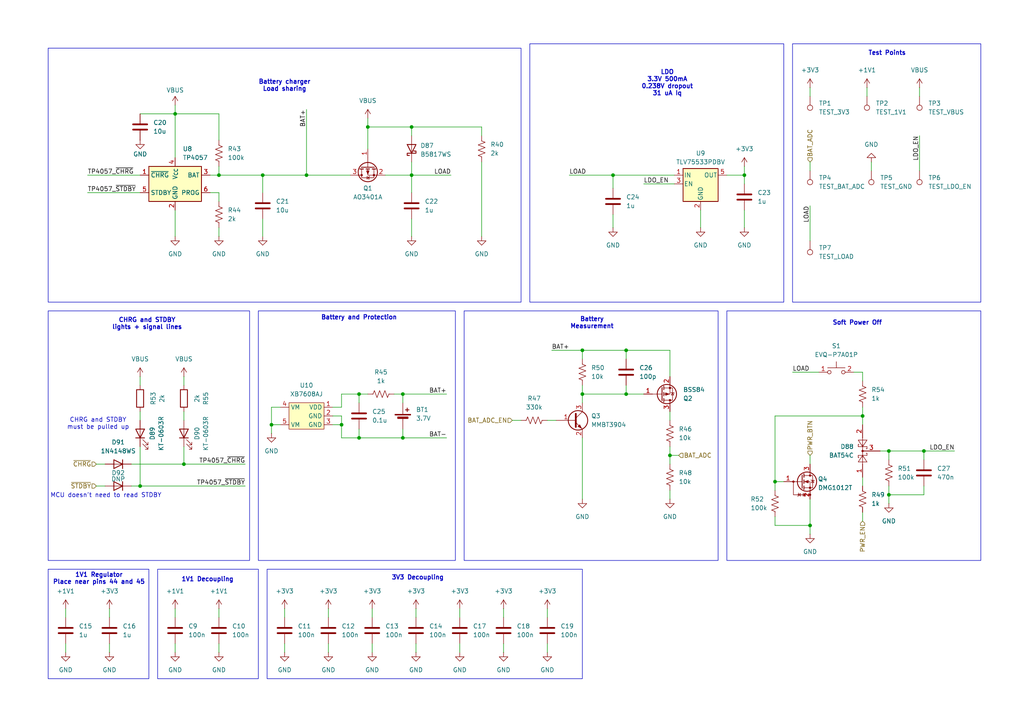
<source format=kicad_sch>
(kicad_sch (version 20231120) (generator "eeschema") (generator_version "8.0")
  (paper "A4")
  (lib_symbols
    (symbol "Battery_Management:TP4057"
      (property "Reference" "U" (at -6.35 6.604 0))
      (property "Value" "TP4057" (at 1.524 6.604 0))
      (symbol "TP4057_1_1"
        (pin open_collector line (at -10.16 2.54 0) (length 2.54) (name "~{CHRG}") (number "1"))
        (pin power_in line (at 0 -7.62 90) (length 2.54) (name "GND") (number "2"))
        (pin power_out line (at 10.16 2.54 180) (length 2.54) (name "BAT") (number "3"))
        (pin power_in line (at 0 7.62 270) (length 2.54) (name "V_{CC}") (number "4"))
        (pin open_collector line (at -10.16 -2.54 0) (length 2.54) (name "STDBY") (number "5"))
        (pin passive line (at 10.16 -2.54 180) (length 2.54) (name "PROG") (number "6"))
      )
    )
    (symbol "Connector:TestPoint" (pin_numbers hide) (pin_names (offset 0.762) hide)
      (property "Reference" "TP" (at 0 6.858 0))
      (property "Value" "TestPoint" (at 0 5.08 0))
      (symbol "TestPoint_1_1"
        (pin passive line (at 0 0 90) (length 2.54) (name "1") (number "1"))
      )
    )
    (symbol "Device:Battery_Cell" (pin_numbers hide) (pin_names (offset 0) hide)
      (property "Reference" "BT" (at 2.54 2.54 0))
      (property "Value" "Battery_Cell" (at 2.54 0 0))
      (symbol "Battery_Cell_1_1"
        (pin passive line (at 0 5.08 270) (length 2.54) (name "+") (number "1"))
        (pin passive line (at 0 -2.54 90) (length 2.54) (name "-") (number "2"))
      )
    )
    (symbol "Device:C" (pin_numbers hide) (pin_names (offset 0.254))
      (property "Reference" "C" (at 0.635 2.54 0))
      (property "Value" "C" (at 0.635 -2.54 0))
      (symbol "C_1_1"
        (pin passive line (at 0 3.81 270) (length 2.794) (name "~") (number "1"))
        (pin passive line (at 0 -3.81 90) (length 2.794) (name "~") (number "2"))
      )
    )
    (symbol "Device:D" (pin_numbers hide) (pin_names (offset 1.016) hide)
      (property "Reference" "D" (at 0 2.54 0))
      (property "Value" "D" (at 0 -2.54 0))
      (symbol "D_1_1"
        (pin passive line (at -3.81 0 0) (length 2.54) (name "K") (number "1"))
        (pin passive line (at 3.81 0 180) (length 2.54) (name "A") (number "2"))
      )
    )
    (symbol "Device:D_Schottky" (pin_numbers hide) (pin_names (offset 1.016) hide)
      (property "Reference" "D" (at 0 2.54 0))
      (property "Value" "D_Schottky" (at 0 -2.54 0))
      (symbol "D_Schottky_1_1"
        (pin passive line (at -3.81 0 0) (length 2.54) (name "K") (number "1"))
        (pin passive line (at 3.81 0 180) (length 2.54) (name "A") (number "2"))
      )
    )
    (symbol "Device:LED" (pin_numbers hide) (pin_names (offset 1.016) hide)
      (property "Reference" "D" (at 0 2.54 0))
      (property "Value" "LED" (at 0 -2.54 0))
      (symbol "LED_1_1"
        (pin passive line (at -3.81 0 0) (length 2.54) (name "K") (number "1"))
        (pin passive line (at 3.81 0 180) (length 2.54) (name "A") (number "2"))
      )
    )
    (symbol "Device:Q_PMOS_GSD" (pin_names (offset 0) hide)
      (property "Reference" "Q" (at 5.08 1.27 0))
      (property "Value" "Q_PMOS_GSD" (at 5.08 -1.27 0))
      (symbol "Q_PMOS_GSD_1_1"
        (pin input line (at -5.08 0 0) (length 2.54) (name "G") (number "1"))
        (pin passive line (at 2.54 -5.08 90) (length 2.54) (name "S") (number "2"))
        (pin passive line (at 2.54 5.08 270) (length 2.54) (name "D") (number "3"))
      )
    )
    (symbol "Device:R" (pin_numbers hide) (pin_names (offset 0))
      (property "Reference" "R" (at 2.032 0 90))
      (property "Value" "R" (at 0 0 90))
      (symbol "R_1_1"
        (pin passive line (at 0 3.81 270) (length 1.27) (name "~") (number "1"))
        (pin passive line (at 0 -3.81 90) (length 1.27) (name "~") (number "2"))
      )
    )
    (symbol "Device:R_US" (pin_numbers hide) (pin_names (offset 0))
      (property "Reference" "R" (at 2.54 0 90))
      (property "Value" "R_US" (at -2.54 0 90))
      (symbol "R_US_1_1"
        (pin passive line (at 0 3.81 270) (length 1.27) (name "~") (number "1"))
        (pin passive line (at 0 -3.81 90) (length 1.27) (name "~") (number "2"))
      )
    )
    (symbol "Diode:BAT54C" (pin_names (offset 1.016))
      (property "Reference" "D" (at 0.635 -3.81 0))
      (property "Value" "BAT54C" (at -6.35 3.175 0))
      (symbol "BAT54C_1_1"
        (pin passive line (at -7.62 0 0) (length 3.81) (name "~") (number "1"))
        (pin passive line (at 7.62 0 180) (length 3.81) (name "~") (number "2"))
        (pin passive line (at 0 -5.08 90) (length 5.08) (name "~") (number "3"))
      )
    )
    (symbol "Regulator_Linear:TLV75533PDBV" (pin_names (offset 0.254))
      (property "Reference" "U" (at -3.81 5.715 0))
      (property "Value" "TLV75533PDBV" (at 0 5.715 0))
      (symbol "TLV75533PDBV_1_1"
        (pin power_in line (at -7.62 2.54 0) (length 2.54) (name "IN") (number "1"))
        (pin power_in line (at 0 -7.62 90) (length 2.54) (name "GND") (number "2"))
        (pin input line (at -7.62 0 0) (length 2.54) (name "EN") (number "3"))
        (pin no_connect line (at 5.08 0 180) (length 2.54) hide (name "NC") (number "4"))
        (pin power_out line (at 7.62 2.54 180) (length 2.54) (name "OUT") (number "5"))
      )
    )
    (symbol "SamacSys_Parts:EVQ-P7A01P" (pin_names hide)
      (property "Reference" "S" (at -0.762 7.366 0))
      (property "Value" "EVQ-P7A01P" (at -6.35 4.826 0))
      (symbol "EVQ-P7A01P_0_1"
        (pin passive line (at 5.08 0 180) (length 2.54) (name "2") (number "2"))
      )
      (symbol "EVQ-P7A01P_1_1"
        (pin passive line (at -5.08 0 0) (length 2.54) (name "1") (number "1"))
      )
    )
    (symbol "Transistor_BJT:MMBT3904" (pin_names (offset 0) hide)
      (property "Reference" "Q" (at 5.08 1.905 0))
      (property "Value" "MMBT3904" (at 5.08 0 0))
      (symbol "MMBT3904_1_1"
        (pin input line (at -5.08 0 0) (length 5.715) (name "B") (number "1"))
        (pin passive line (at 2.54 -5.08 90) (length 2.54) (name "E") (number "2"))
        (pin passive line (at 2.54 5.08 270) (length 2.54) (name "C") (number "3"))
      )
    )
    (symbol "Transistor_FET:BSS84" (pin_names hide)
      (property "Reference" "Q" (at 5.08 1.905 0))
      (property "Value" "BSS84" (at 5.08 0 0))
      (symbol "BSS84_1_1"
        (pin input line (at -5.08 0 0) (length 2.54) (name "G") (number "1"))
        (pin passive line (at 2.54 -5.08 90) (length 2.54) (name "S") (number "2"))
        (pin passive line (at 2.54 5.08 270) (length 2.54) (name "D") (number "3"))
      )
    )
    (symbol "Transistor_FET:DMG1012T" (pin_names (offset 0) hide)
      (property "Reference" "Q" (at 5.08 1.905 0))
      (property "Value" "DMG1012T" (at 5.08 0 0))
      (symbol "DMG1012T_1_1"
        (pin input line (at -5.08 0 0) (length 2.54) (name "G") (number "1"))
        (pin passive line (at 2.54 -5.08 90) (length 2.54) (name "S") (number "2"))
        (pin passive line (at 2.54 5.08 270) (length 2.54) (name "D") (number "3"))
      )
    )
    (symbol "XB7608AJ:XB7608AJ"
      (property "Reference" "U" (at 0 3.556 0))
      (property "Value" "XB7608AJ" (at 0 1.27 0))
      (symbol "XB7608AJ_0_0"
        (pin unspecified line (at -7.62 -1.27 0) (length 2.54) (name "VDD") (number "1"))
        (pin unspecified line (at -7.62 -3.81 0) (length 2.54) (name "GND") (number "2"))
        (pin unspecified line (at -7.62 -6.35 0) (length 2.54) (name "GND") (number "3"))
        (pin unspecified line (at 7.62 -1.27 180) (length 2.54) (name "VM") (number "4"))
        (pin unspecified line (at 7.62 -6.35 180) (length 2.54) (name "VM") (number "5"))
      )
    )
    (symbol "power:+1V1" (power) (pin_numbers hide) (pin_names (offset 0) hide)
      (property "Value" "+1V1" (at 0 3.556 0))
      (symbol "+1V1_1_1"
        (pin power_in line (at 0 0 90) (length 0) (name "~") (number "1"))
      )
    )
    (symbol "power:+3V3" (power) (pin_numbers hide) (pin_names (offset 0) hide)
      (property "Value" "+3V3" (at 0 3.556 0))
      (symbol "+3V3_1_1"
        (pin power_in line (at 0 0 90) (length 0) (name "~") (number "1"))
      )
    )
    (symbol "power:GND" (power) (pin_numbers hide) (pin_names (offset 0) hide)
      (property "Value" "GND" (at 0 -3.81 0))
      (symbol "GND_1_1"
        (pin power_in line (at 0 0 270) (length 0) (name "~") (number "1"))
      )
    )
    (symbol "power:VBUS" (power) (pin_numbers hide) (pin_names (offset 0) hide)
      (property "Value" "VBUS" (at 0 3.556 0))
      (symbol "VBUS_1_1"
        (pin power_in line (at 0 0 90) (length 0) (name "~") (number "1"))
      )
    )
  )
  (junction (at 78.74 123.19))
  (junction (at 106.68 36.83))
  (junction (at 116.84 114.3))
  (junction (at 88.9 50.8))
  (junction (at 250.19 120.65))
  (junction (at 53.34 134.62))
  (junction (at 119.38 36.83))
  (junction (at 99.06 123.19))
  (junction (at 104.14 127))
  (junction (at 194.31 132.08))
  (junction (at 104.14 114.3))
  (junction (at 224.79 139.7))
  (junction (at 267.97 130.81))
  (junction (at 181.61 101.6))
  (junction (at 215.9 50.8))
  (junction (at 76.2 50.8))
  (junction (at 50.8 33.02))
  (junction (at 257.81 143.51))
  (junction (at 63.5 50.8))
  (junction (at 234.95 152.4))
  (junction (at 168.91 101.6))
  (junction (at 257.81 130.81))
  (junction (at 119.38 50.8))
  (junction (at 181.61 114.3))
  (junction (at 116.84 127))
  (junction (at 168.91 114.3))
  (junction (at 177.8 50.8))
  (junction (at 40.64 140.97))
  (wire (pts (xy 63.5 50.8) (xy 76.2 50.8)))
  (wire (pts (xy 107.95 176.53) (xy 107.95 179.07)))
  (wire (pts (xy 224.79 139.7) (xy 224.79 142.24)))
  (wire (pts (xy 78.74 123.19) (xy 78.74 125.73)))
  (wire (pts (xy 120.65 176.53) (xy 120.65 179.07)))
  (wire (pts (xy 194.31 132.08) (xy 194.31 134.62)))
  (wire (pts (xy 215.9 50.8) (xy 215.9 53.34)))
  (wire (pts (xy 63.5 48.26) (xy 63.5 50.8)))
  (wire (pts (xy 104.14 114.3) (xy 104.14 116.84)))
  (wire (pts (xy 177.8 50.8) (xy 177.8 54.61)))
  (wire (pts (xy 50.8 60.96) (xy 50.8 68.58)))
  (wire (pts (xy 104.14 127) (xy 99.06 127)))
  (wire (pts (xy 99.06 120.65) (xy 96.52 120.65)))
  (wire (pts (xy 247.65 107.95) (xy 250.19 107.95)))
  (wire (pts (xy 31.75 176.53) (xy 31.75 179.07)))
  (wire (pts (xy 71.12 134.62) (xy 53.34 134.62)))
  (wire (pts (xy 215.9 60.96) (xy 215.9 66.04)))
  (wire (pts (xy 234.95 59.69) (xy 234.95 69.85)))
  (wire (pts (xy 78.74 123.19) (xy 81.28 123.19)))
  (wire (pts (xy 50.8 33.02) (xy 40.64 33.02)))
  (wire (pts (xy 194.31 101.6) (xy 194.31 109.22)))
  (wire (pts (xy 116.84 114.3) (xy 129.54 114.3)))
  (wire (pts (xy 229.87 107.95) (xy 237.49 107.95)))
  (wire (pts (xy 114.3 114.3) (xy 116.84 114.3)))
  (wire (pts (xy 99.06 118.11) (xy 96.52 118.11)))
  (wire (pts (xy 181.61 114.3) (xy 186.69 114.3)))
  (wire (pts (xy 177.8 50.8) (xy 195.58 50.8)))
  (wire (pts (xy 111.76 50.8) (xy 119.38 50.8)))
  (wire (pts (xy 19.05 186.69) (xy 19.05 189.23)))
  (wire (pts (xy 146.05 176.53) (xy 146.05 179.07)))
  (wire (pts (xy 234.95 25.4) (xy 234.95 27.94)))
  (wire (pts (xy 119.38 46.99) (xy 119.38 50.8)))
  (wire (pts (xy 234.95 46.99) (xy 234.95 49.53)))
  (wire (pts (xy 194.31 119.38) (xy 194.31 121.92)))
  (wire (pts (xy 40.64 119.38) (xy 40.64 121.92)))
  (wire (pts (xy 257.81 130.81) (xy 267.97 130.81)))
  (wire (pts (xy 168.91 104.14) (xy 168.91 101.6)))
  (wire (pts (xy 104.14 127) (xy 116.84 127)))
  (wire (pts (xy 194.31 129.54) (xy 194.31 132.08)))
  (wire (pts (xy 76.2 63.5) (xy 76.2 68.58)))
  (wire (pts (xy 266.7 39.37) (xy 266.7 49.53)))
  (wire (pts (xy 181.61 101.6) (xy 181.61 104.14)))
  (wire (pts (xy 168.91 114.3) (xy 181.61 114.3)))
  (wire (pts (xy 177.8 62.23) (xy 177.8 66.04)))
  (wire (pts (xy 81.28 118.11) (xy 78.74 118.11)))
  (wire (pts (xy 50.8 33.02) (xy 63.5 33.02)))
  (wire (pts (xy 88.9 50.8) (xy 101.6 50.8)))
  (wire (pts (xy 107.95 186.69) (xy 107.95 189.23)))
  (wire (pts (xy 88.9 31.75) (xy 88.9 50.8)))
  (wire (pts (xy 250.19 120.65) (xy 250.19 123.19)))
  (wire (pts (xy 158.75 121.92) (xy 161.29 121.92)))
  (wire (pts (xy 53.34 109.22) (xy 53.34 111.76)))
  (wire (pts (xy 38.1 134.62) (xy 53.34 134.62)))
  (wire (pts (xy 63.5 186.69) (xy 63.5 189.23)))
  (wire (pts (xy 119.38 50.8) (xy 130.81 50.8)))
  (wire (pts (xy 250.19 120.65) (xy 224.79 120.65)))
  (wire (pts (xy 25.4 55.88) (xy 40.64 55.88)))
  (wire (pts (xy 139.7 36.83) (xy 119.38 36.83)))
  (wire (pts (xy 120.65 186.69) (xy 120.65 189.23)))
  (wire (pts (xy 266.7 25.4) (xy 266.7 27.94)))
  (wire (pts (xy 267.97 130.81) (xy 267.97 133.35)))
  (wire (pts (xy 267.97 143.51) (xy 267.97 140.97)))
  (wire (pts (xy 257.81 140.97) (xy 257.81 143.51)))
  (wire (pts (xy 234.95 132.08) (xy 234.95 134.62)))
  (wire (pts (xy 106.68 34.29) (xy 106.68 36.83)))
  (wire (pts (xy 133.35 176.53) (xy 133.35 179.07)))
  (wire (pts (xy 181.61 101.6) (xy 194.31 101.6)))
  (wire (pts (xy 158.75 176.53) (xy 158.75 179.07)))
  (wire (pts (xy 119.38 36.83) (xy 106.68 36.83)))
  (wire (pts (xy 194.31 142.24) (xy 194.31 144.78)))
  (wire (pts (xy 139.7 46.99) (xy 139.7 68.58)))
  (wire (pts (xy 215.9 48.26) (xy 215.9 50.8)))
  (wire (pts (xy 158.75 186.69) (xy 158.75 189.23)))
  (wire (pts (xy 76.2 50.8) (xy 88.9 50.8)))
  (wire (pts (xy 257.81 130.81) (xy 257.81 133.35)))
  (wire (pts (xy 234.95 144.78) (xy 234.95 152.4)))
  (wire (pts (xy 257.81 143.51) (xy 257.81 146.05)))
  (wire (pts (xy 139.7 39.37) (xy 139.7 36.83)))
  (wire (pts (xy 95.25 186.69) (xy 95.25 189.23)))
  (wire (pts (xy 255.27 130.81) (xy 257.81 130.81)))
  (wire (pts (xy 250.19 107.95) (xy 250.19 110.49)))
  (wire (pts (xy 106.68 36.83) (xy 106.68 43.18)))
  (wire (pts (xy 116.84 127) (xy 129.54 127)))
  (wire (pts (xy 160.02 101.6) (xy 168.91 101.6)))
  (wire (pts (xy 53.34 134.62) (xy 53.34 129.54)))
  (wire (pts (xy 148.59 121.92) (xy 151.13 121.92)))
  (wire (pts (xy 63.5 33.02) (xy 63.5 40.64)))
  (wire (pts (xy 71.12 140.97) (xy 40.64 140.97)))
  (wire (pts (xy 60.96 50.8) (xy 63.5 50.8)))
  (wire (pts (xy 116.84 114.3) (xy 116.84 116.84)))
  (wire (pts (xy 224.79 152.4) (xy 224.79 149.86)))
  (wire (pts (xy 267.97 130.81) (xy 276.86 130.81)))
  (wire (pts (xy 250.19 140.97) (xy 250.19 138.43)))
  (wire (pts (xy 116.84 124.46) (xy 116.84 127)))
  (wire (pts (xy 82.55 176.53) (xy 82.55 179.07)))
  (wire (pts (xy 215.9 50.8) (xy 210.82 50.8)))
  (wire (pts (xy 63.5 66.04) (xy 63.5 68.58)))
  (wire (pts (xy 63.5 55.88) (xy 63.5 58.42)))
  (wire (pts (xy 53.34 119.38) (xy 53.34 121.92)))
  (wire (pts (xy 227.33 139.7) (xy 224.79 139.7)))
  (wire (pts (xy 250.19 118.11) (xy 250.19 120.65)))
  (wire (pts (xy 168.91 101.6) (xy 181.61 101.6)))
  (wire (pts (xy 250.19 151.13) (xy 250.19 148.59)))
  (wire (pts (xy 119.38 39.37) (xy 119.38 36.83)))
  (wire (pts (xy 224.79 120.65) (xy 224.79 139.7)))
  (wire (pts (xy 78.74 118.11) (xy 78.74 123.19)))
  (wire (pts (xy 60.96 55.88) (xy 63.5 55.88)))
  (wire (pts (xy 99.06 114.3) (xy 104.14 114.3)))
  (wire (pts (xy 82.55 186.69) (xy 82.55 189.23)))
  (wire (pts (xy 50.8 186.69) (xy 50.8 189.23)))
  (wire (pts (xy 168.91 127) (xy 168.91 144.78)))
  (wire (pts (xy 104.14 114.3) (xy 106.68 114.3)))
  (wire (pts (xy 40.64 109.22) (xy 40.64 111.76)))
  (wire (pts (xy 63.5 176.53) (xy 63.5 179.07)))
  (wire (pts (xy 19.05 176.53) (xy 19.05 179.07)))
  (wire (pts (xy 168.91 114.3) (xy 168.91 116.84)))
  (wire (pts (xy 40.64 140.97) (xy 40.64 129.54)))
  (wire (pts (xy 168.91 111.76) (xy 168.91 114.3)))
  (wire (pts (xy 203.2 60.96) (xy 203.2 66.04)))
  (wire (pts (xy 104.14 127) (xy 104.14 124.46)))
  (wire (pts (xy 76.2 50.8) (xy 76.2 55.88)))
  (wire (pts (xy 251.46 25.4) (xy 251.46 27.94)))
  (wire (pts (xy 95.25 176.53) (xy 95.25 179.07)))
  (wire (pts (xy 252.73 46.99) (xy 252.73 49.53)))
  (wire (pts (xy 50.8 33.02) (xy 50.8 45.72)))
  (wire (pts (xy 50.8 30.48) (xy 50.8 33.02)))
  (wire (pts (xy 234.95 154.94) (xy 234.95 152.4)))
  (wire (pts (xy 119.38 63.5) (xy 119.38 68.58)))
  (wire (pts (xy 27.94 140.97) (xy 30.48 140.97)))
  (wire (pts (xy 25.4 50.8) (xy 40.64 50.8)))
  (wire (pts (xy 99.06 123.19) (xy 99.06 127)))
  (wire (pts (xy 186.69 53.34) (xy 195.58 53.34)))
  (wire (pts (xy 38.1 140.97) (xy 40.64 140.97)))
  (wire (pts (xy 165.1 50.8) (xy 177.8 50.8)))
  (wire (pts (xy 181.61 111.76) (xy 181.61 114.3)))
  (wire (pts (xy 99.06 123.19) (xy 99.06 120.65)))
  (wire (pts (xy 194.31 132.08) (xy 196.85 132.08)))
  (wire (pts (xy 50.8 176.53) (xy 50.8 179.07)))
  (wire (pts (xy 133.35 186.69) (xy 133.35 189.23)))
  (wire (pts (xy 146.05 186.69) (xy 146.05 189.23)))
  (wire (pts (xy 119.38 50.8) (xy 119.38 55.88)))
  (wire (pts (xy 99.06 114.3) (xy 99.06 118.11)))
  (wire (pts (xy 257.81 143.51) (xy 267.97 143.51)))
  (wire (pts (xy 234.95 152.4) (xy 224.79 152.4)))
  (wire (pts (xy 31.75 186.69) (xy 31.75 189.23)))
  (wire (pts (xy 27.94 134.62) (xy 30.48 134.62)))
  (wire (pts (xy 96.52 123.19) (xy 99.06 123.19)))
  (rectangle (start 13.97 90.17) (end 72.39 162.56))
  (rectangle (start 134.62 90.17) (end 208.28 162.56))
  (rectangle (start 13.97 13.97) (end 151.13 87.63))
  (rectangle (start 210.82 90.17) (end 284.48 162.56))
  (rectangle (start 45.72 165.1) (end 74.93 196.85))
  (rectangle (start 74.93 90.17) (end 132.08 162.56))
  (rectangle (start 153.67 12.7) (end 227.33 87.63))
  (rectangle (start 229.87 12.7) (end 284.48 87.63))
  (rectangle (start 77.47 165.1) (end 168.91 196.85))
  (rectangle (start 13.97 165.1) (end 43.18 196.85))
  (text "MCU doesn't need to read STDBY" (at 30.734 143.764 0) (effects (font (size 1.27 1.27))))
  (text "Battery\nMeasurement" (at 171.704 93.726 0) (effects (font (size 1.27 1.27) (thickness 0.254) (bold yes))))
  (text "CHRG and STDBY\nlights + signal lines" (at 42.672 93.98 0) (effects (font (size 1.27 1.27) (thickness 0.254) (bold yes))))
  (text "CHRG and STDBY\nmust be pulled up" (at 28.448 122.936 0) (effects (font (size 1.27 1.27))))
  (text "LDO\n3.3V 500mA\n0.238V dropout\n31 uA Iq" (at 193.548 24.13 0) (effects (font (size 1.27 1.27) (thickness 0.254) (bold yes))))
  (text "Test Points" (at 257.302 15.494 0) (effects (font (size 1.27 1.27) (thickness 0.254) (bold yes))))
  (text "3V3 Decoupling" (at 121.158 167.64 0) (effects (font (size 1.27 1.27) (thickness 0.254) (bold yes))))
  (text "Battery charger\nLoad sharing" (at 82.55 24.892 0) (effects (font (size 1.27 1.27) (thickness 0.254) (bold yes))))
  (text "Soft Power Off" (at 248.666 93.726 0) (effects (font (size 1.27 1.27) (thickness 0.254) (bold yes))))
  (text "Battery and Protection" (at 104.14 92.202 0) (effects (font (size 1.27 1.27) (thickness 0.254) (bold yes))))
  (text "1V1 Regulator\nPlace near pins 44 and 45" (at 28.702 167.894 0) (effects (font (size 1.27 1.27) (thickness 0.254) (bold yes))))
  (text "1V1 Decoupling" (at 60.198 168.148 0) (effects (font (size 1.27 1.27) (thickness 0.254) (bold yes))))
  (label "BAT+" (at 160.02 101.6 0))
  (label "TP4057_~{CHRG}" (at 25.4 50.8 0) (effects (font (thickness 0.1588))))
  (label "LDO_EN" (at 186.69 53.34 0))
  (label "LDO_EN" (at 276.86 130.81 180))
  (label "LDO_EN" (at 266.7 39.37 270))
  (label "BAT-" (at 129.54 127 180))
  (label "TP4057_~{STDBY}" (at 71.12 140.97 180) (effects (font (thickness 0.1588))))
  (label "LOAD" (at 165.1 50.8 0))
  (label "BAT+" (at 88.9 31.75 270))
  (label "BAT+" (at 129.54 114.3 180))
  (label "TP4057_~{STDBY}" (at 25.4 55.88 0) (effects (font (thickness 0.1588))))
  (label "LOAD" (at 234.95 59.69 270))
  (label "TP4057_~{CHRG}" (at 71.12 134.62 180) (effects (font (thickness 0.1588))))
  (label "LOAD" (at 130.81 50.8 180))
  (label "LOAD" (at 229.87 107.95 0))
  (hierarchical_label "~{STDBY}" (shape input) (at 27.94 140.97 180))
  (hierarchical_label "BAT_ADC" (shape input) (at 196.85 132.08 0) (effects (font (thickness 0.1588))))
  (hierarchical_label "~{CHRG}" (shape input) (at 27.94 134.62 180))
  (hierarchical_label "PWR_BTN" (shape input) (at 234.95 132.08 90))
  (hierarchical_label "BAT_ADC" (shape input) (at 234.95 46.99 90))
  (hierarchical_label "PWR_EN" (shape input) (at 250.19 151.13 270))
  (hierarchical_label "BAT_ADC_EN" (shape input) (at 148.59 121.92 180))
  (symbol (lib_id "Device:C") (at 119.38 59.69 0) (unit 1)
    (property "Reference" "C22" (at 123.19 58.4199 0) (effects (justify left)))
    (property "Value" "1u" (at 123.19 60.9599 0) (effects (justify left)))
    (property "Footprint" "Capacitor_SMD:C_0402_1005Metric" (effects (hide yes)))
    (property "Description" "Unpolarized capacitor" (effects (hide yes)))
  )
  (symbol (lib_id "Device:C") (at 107.95 182.88 0) (unit 1)
    (property "Reference" "C13" (at 111.76 181.6099 0) (effects (justify left)))
    (property "Value" "100n" (at 111.76 184.1499 0) (effects (justify left)))
    (property "Footprint" "Capacitor_SMD:C_0402_1005Metric" (effects (hide yes)))
    (property "Description" "Unpolarized capacitor" (effects (hide yes)))
    (property "LCSC" "C1525" (effects (hide yes)))
  )
  (symbol (lib_id "Device:C") (at 76.2 59.69 0) (unit 1)
    (property "Reference" "C21" (at 80.01 58.4199 0) (effects (justify left)))
    (property "Value" "10u" (at 80.01 60.9599 0) (effects (justify left)))
    (property "Footprint" "Capacitor_SMD:C_0402_1005Metric" (effects (hide yes)))
    (property "Description" "Unpolarized capacitor" (effects (hide yes)))
  )
  (symbol (lib_id "power:GND") (at 63.5 68.58 0) (unit 1)
    (property "Reference" "#PWR062" (effects (hide yes)))
    (property "Value" "GND" (at 63.5 73.66 0))
    (property "Description" "Power symbol creates a global label with name \"GND\" , ground" (effects (hide yes)))
  )
  (symbol (lib_id "power:GND") (at 78.74 125.73 0) (unit 1)
    (property "Reference" "#PWR070" (effects (hide yes)))
    (property "Value" "GND" (at 78.74 130.81 0))
    (property "Description" "Power symbol creates a global label with name \"GND\" , ground" (effects (hide yes)))
  )
  (symbol (lib_id "power:VBUS") (at 106.68 34.29 0) (unit 1)
    (property "Reference" "#PWR059" (effects (hide yes)))
    (property "Value" "VBUS" (at 106.68 29.21 0))
    (property "Description" "Power symbol creates a global label with name \"VBUS\"" (effects (hide yes)))
  )
  (symbol (lib_id "power:GND") (at 76.2 68.58 0) (unit 1)
    (property "Reference" "#PWR063" (effects (hide yes)))
    (property "Value" "GND" (at 76.2 73.66 0))
    (property "Description" "Power symbol creates a global label with name \"GND\" , ground" (effects (hide yes)))
  )
  (symbol (lib_id "power:GND") (at 82.55 189.23 0) (unit 1)
    (property "Reference" "#PWR044" (effects (hide yes)))
    (property "Value" "GND" (at 82.55 194.31 0))
    (property "Description" "Power symbol creates a global label with name \"GND\" , ground" (effects (hide yes)))
  )
  (symbol (lib_id "power:GND") (at 133.35 189.23 0) (unit 1)
    (property "Reference" "#PWR055" (effects (hide yes)))
    (property "Value" "GND" (at 133.35 194.31 0))
    (property "Description" "Power symbol creates a global label with name \"GND\" , ground" (effects (hide yes)))
  )
  (symbol (lib_id "Device:D_Schottky") (at 119.38 43.18 90) (unit 1)
    (property "Reference" "D87" (at 121.92 42.2274 90) (effects (justify right)))
    (property "Value" "B5817WS" (at 121.92 44.7674 90) (effects (justify right)))
    (property "Footprint" "Diode_SMD:D_SOD-323" (effects (hide yes)))
    (property "Datasheet" "https://jlcpcb.com/api/file/downloadByFileSystemAccessId/8564879618080595968" (effects (hide yes)))
    (property "Description" "Schottky diode" (effects (hide yes)))
  )
  (symbol (lib_id "Device:C") (at 40.64 36.83 0) (unit 1)
    (property "Reference" "C20" (at 44.45 35.5599 0) (effects (justify left)))
    (property "Value" "10u" (at 44.45 38.0999 0) (effects (justify left)))
    (property "Footprint" "Capacitor_SMD:C_0402_1005Metric" (effects (hide yes)))
    (property "Description" "Unpolarized capacitor" (effects (hide yes)))
  )
  (symbol (lib_id "Device:C") (at 133.35 182.88 0) (unit 1)
    (property "Reference" "C17" (at 137.16 181.6099 0) (effects (justify left)))
    (property "Value" "100n" (at 137.16 184.1499 0) (effects (justify left)))
    (property "Footprint" "Capacitor_SMD:C_0402_1005Metric" (effects (hide yes)))
    (property "Description" "Unpolarized capacitor" (effects (hide yes)))
    (property "LCSC" "C1525" (effects (hide yes)))
  )
  (symbol (lib_id "Transistor_FET:BSS84") (at 191.77 114.3 0) (mirror x) (unit 1)
    (property "Reference" "Q2" (at 198.12 115.5701 0) (effects (justify left)))
    (property "Value" "BSS84" (at 198.12 113.0301 0) (effects (justify left)))
    (property "Footprint" "Package_TO_SOT_SMD:SOT-23-3" (effects (hide yes)))
    (property "Datasheet" "http://assets.nexperia.com/documents/data-sheet/BSS84.pdf" (effects (hide yes)))
    (property "Description" "-0.13A Id, -50V Vds, P-Channel MOSFET, SOT-23" (effects (hide yes)))
  )
  (symbol (lib_id "Device:C") (at 50.8 182.88 0) (unit 1)
    (property "Reference" "C9" (at 54.61 181.6099 0) (effects (justify left)))
    (property "Value" "100n" (at 54.61 184.1499 0) (effects (justify left)))
    (property "Footprint" "Capacitor_SMD:C_0402_1005Metric" (effects (hide yes)))
    (property "Description" "Unpolarized capacitor" (effects (hide yes)))
    (property "LCSC" "C1525" (effects (hide yes)))
  )
  (symbol (lib_id "Device:C") (at 31.75 182.88 0) (unit 1)
    (property "Reference" "C16" (at 35.56 181.6099 0) (effects (justify left)))
    (property "Value" "1u" (at 35.56 184.1499 0) (effects (justify left)))
    (property "Footprint" "Capacitor_SMD:C_0402_1005Metric" (effects (hide yes)))
    (property "Description" "Unpolarized capacitor" (effects (hide yes)))
    (property "LCSC" "C52923" (effects (hide yes)))
  )
  (symbol (lib_id "power:+3V3") (at 82.55 176.53 0) (unit 1)
    (property "Reference" "#PWR038" (effects (hide yes)))
    (property "Value" "+3V3" (at 82.55 171.45 0))
    (property "Description" "Power symbol creates a global label with name \"+3V3\"" (effects (hide yes)))
  )
  (symbol (lib_id "Device:C") (at 146.05 182.88 0) (unit 1)
    (property "Reference" "C18" (at 149.86 181.6099 0) (effects (justify left)))
    (property "Value" "100n" (at 149.86 184.1499 0) (effects (justify left)))
    (property "Footprint" "Capacitor_SMD:C_0402_1005Metric" (effects (hide yes)))
    (property "Description" "Unpolarized capacitor" (effects (hide yes)))
    (property "LCSC" "C1525" (effects (hide yes)))
  )
  (symbol (lib_id "power:GND") (at 203.2 66.04 0) (unit 1)
    (property "Reference" "#PWR068" (effects (hide yes)))
    (property "Value" "GND" (at 203.2 71.12 0))
    (property "Description" "Power symbol creates a global label with name \"GND\" , ground" (effects (hide yes)))
  )
  (symbol (lib_id "Connector:TestPoint") (at 234.95 27.94 180) (unit 1)
    (property "Reference" "TP1" (at 237.49 29.9719 0) (effects (justify right)))
    (property "Value" "TEST_3V3" (at 237.49 32.5119 0) (effects (justify right)))
    (property "Footprint" "TestPoint:TestPoint_Pad_D1.0mm" (effects (hide yes)))
    (property "Description" "test point" (effects (hide yes)))
  )
  (symbol (lib_id "power:GND") (at 168.91 144.78 0) (unit 1)
    (property "Reference" "#PWR071" (effects (hide yes)))
    (property "Value" "GND" (at 168.91 149.86 0))
    (property "Description" "Power symbol creates a global label with name \"GND\" , ground" (effects (hide yes)))
  )
  (symbol (lib_id "power:GND") (at 19.05 189.23 0) (unit 1)
    (property "Reference" "#PWR053" (effects (hide yes)))
    (property "Value" "GND" (at 19.05 194.31 0))
    (property "Description" "Power symbol creates a global label with name \"GND\" , ground" (effects (hide yes)))
  )
  (symbol (lib_id "power:VBUS") (at 53.34 109.22 0) (unit 1)
    (property "Reference" "#PWR080" (effects (hide yes)))
    (property "Value" "VBUS" (at 53.34 104.14 0))
    (property "Description" "Power symbol creates a global label with name \"VBUS\"" (effects (hide yes)))
  )
  (symbol (lib_id "power:+1V1") (at 251.46 25.4 0) (unit 1)
    (property "Reference" "#PWR076" (effects (hide yes)))
    (property "Value" "+1V1" (at 251.46 20.32 0))
    (property "Description" "Power symbol creates a global label with name \"+1V1\"" (effects (hide yes)))
  )
  (symbol (lib_id "Transistor_FET:DMG1012T") (at 232.41 139.7 0) (unit 1)
    (property "Reference" "Q4" (at 237.236 138.938 0) (effects (justify left)))
    (property "Value" "DMG1012T" (at 237.236 141.478 0) (effects (justify left)))
    (property "Footprint" "Package_TO_SOT_SMD:SOT-523" (effects (hide yes)))
    (property "Datasheet" "https://www.diodes.com/assets/Datasheets/ds31783.pdf" (effects (hide yes)))
    (property "Description" "20V Vds, 0.63 Id, N-Channel MOSFET with ESD protection, SOT-523" (effects (hide yes)))
  )
  (symbol (lib_id "Device:R_US") (at 110.49 114.3 90) (unit 1)
    (property "Reference" "R45" (at 110.49 107.95 90))
    (property "Value" "1k" (at 110.49 110.49 90))
    (property "Description" "Resistor, US symbol" (effects (hide yes)))
  )
  (symbol (lib_id "Connector:TestPoint") (at 234.95 69.85 180) (unit 1)
    (property "Reference" "TP7" (at 237.49 71.8819 0) (effects (justify right)))
    (property "Value" "TEST_LOAD" (at 237.49 74.4219 0) (effects (justify right)))
    (property "Footprint" "TestPoint:TestPoint_Pad_D1.0mm" (effects (hide yes)))
    (property "Description" "test point" (effects (hide yes)))
  )
  (symbol (lib_id "power:VBUS") (at 40.64 109.22 0) (unit 1)
    (property "Reference" "#PWR079" (effects (hide yes)))
    (property "Value" "VBUS" (at 40.64 104.14 0))
    (property "Description" "Power symbol creates a global label with name \"VBUS\"" (effects (hide yes)))
  )
  (symbol (lib_id "Connector:TestPoint") (at 266.7 49.53 180) (unit 1)
    (property "Reference" "TP6" (at 269.24 51.5619 0) (effects (justify right)))
    (property "Value" "TEST_LDO_EN" (at 269.24 54.1019 0) (effects (justify right)))
    (property "Footprint" "TestPoint:TestPoint_Pad_D1.0mm" (effects (hide yes)))
    (property "Description" "test point" (effects (hide yes)))
  )
  (symbol (lib_id "power:GND") (at 234.95 154.94 0) (unit 1)
    (property "Reference" "#PWR075" (effects (hide yes)))
    (property "Value" "GND" (at 234.95 160.02 0))
    (property "Description" "Power symbol creates a global label with name \"GND\" , ground" (effects (hide yes)))
  )
  (symbol (lib_id "Device:C") (at 177.8 58.42 0) (mirror y) (unit 1)
    (property "Reference" "C24" (at 181.61 57.1499 0) (effects (justify right)))
    (property "Value" "1u" (at 181.61 59.6899 0) (effects (justify right)))
    (property "Footprint" "Capacitor_SMD:C_0402_1005Metric" (effects (hide yes)))
    (property "Description" "Unpolarized capacitor" (effects (hide yes)))
    (property "LCSC" "C52923" (effects (hide yes)))
  )
  (symbol (lib_id "Device:R_US") (at 224.79 146.05 0) (unit 1)
    (property "Reference" "R52" (at 217.678 144.78 0) (effects (justify left)))
    (property "Value" "100k" (at 217.678 147.32 0) (effects (justify left)))
    (property "Description" "Resistor, US symbol" (effects (hide yes)))
  )
  (symbol (lib_id "Connector:TestPoint") (at 251.46 27.94 180) (unit 1)
    (property "Reference" "TP2" (at 254 29.9719 0) (effects (justify right)))
    (property "Value" "TEST_1V1" (at 254 32.5119 0) (effects (justify right)))
    (property "Footprint" "TestPoint:TestPoint_Pad_D1.0mm" (effects (hide yes)))
    (property "Description" "test point" (effects (hide yes)))
  )
  (symbol (lib_id "power:+3V3") (at 107.95 176.53 0) (unit 1)
    (property "Reference" "#PWR040" (effects (hide yes)))
    (property "Value" "+3V3" (at 107.95 171.45 0))
    (property "Description" "Power symbol creates a global label with name \"+3V3\"" (effects (hide yes)))
  )
  (symbol (lib_id "Device:R_US") (at 250.19 114.3 0) (unit 1)
    (property "Reference" "R54" (at 252.73 113.0299 0) (effects (justify left)))
    (property "Value" "1k" (at 252.73 115.5699 0) (effects (justify left)))
    (property "Description" "Resistor, US symbol" (effects (hide yes)))
  )
  (symbol (lib_id "power:GND") (at 40.64 40.64 0) (unit 1)
    (property "Reference" "#PWR060" (effects (hide yes)))
    (property "Value" "GND" (at 40.64 44.704 0))
    (property "Description" "Power symbol creates a global label with name \"GND\" , ground" (effects (hide yes)))
  )
  (symbol (lib_id "Connector:TestPoint") (at 252.73 49.53 180) (unit 1)
    (property "Reference" "TP5" (at 255.27 51.5619 0) (effects (justify right)))
    (property "Value" "TEST_GND" (at 255.27 54.1019 0) (effects (justify right)))
    (property "Footprint" "TestPoint:TestPoint_Pad_D1.0mm" (effects (hide yes)))
    (property "Description" "test point" (effects (hide yes)))
  )
  (symbol (lib_id "power:+3V3") (at 31.75 176.53 0) (unit 1)
    (property "Reference" "#PWR049" (effects (hide yes)))
    (property "Value" "+3V3" (at 31.75 171.45 0))
    (property "Description" "Power symbol creates a global label with name \"+3V3\"" (effects (hide yes)))
  )
  (symbol (lib_id "Device:R_US") (at 194.31 125.73 180) (unit 1)
    (property "Reference" "R46" (at 196.85 124.4599 0) (effects (justify right)))
    (property "Value" "10k" (at 196.85 126.9999 0) (effects (justify right)))
    (property "Description" "Resistor, US symbol" (effects (hide yes)))
  )
  (symbol (lib_id "Regulator_Linear:TLV75533PDBV") (at 203.2 53.34 0) (unit 1)
    (property "Reference" "U9" (at 203.2 44.45 0))
    (property "Value" "TLV75533PDBV" (at 203.2 46.99 0))
    (property "Footprint" "Package_TO_SOT_SMD:SOT-23-5" (effects (hide yes)))
    (property "Datasheet" "http://www.ti.com/lit/ds/symlink/tlv755p.pdf" (effects (hide yes)))
    (property "Description" "500mA Low Dropout Voltage Regulator, Fixed Output 3.3V, SOT-23-5" (effects (hide yes)))
  )
  (symbol (lib_id "Battery_Management:TP4057") (at 50.8 53.34 0) (unit 1)
    (property "Reference" "U8" (at 52.9941 43.18 0) (effects (justify left)))
    (property "Value" "TP4057" (at 52.9941 45.72 0) (effects (justify left)))
    (property "Footprint" "Package_TO_SOT_SMD:TSOT-23-6" (effects (hide yes)))
    (property "Datasheet" "http://toppwr.com/uploadfile/file/20230304/640302a47b738.pdf" (effects (hide yes)))
    (property "Description" "Constant-current/constant-voltage linear charger for single cell lithium-ion batteries with 2.9V Trickle Charge, 4.5V to 6.5V VDD, -40 to +85 degree Celsius, TSOT-23-5" (effects (hide yes)))
  )
  (symbol (lib_id "SamacSys_Parts:EVQ-P7A01P") (at 242.57 107.95 0) (unit 1)
    (property "Reference" "S1" (at 242.57 100.33 0))
    (property "Value" "EVQ-P7A01P" (at 242.57 102.87 0))
    (property "Footprint" "EVQP7J01P" (effects (hide yes)))
    (property "Datasheet" "https://industrial.panasonic.com/cdbs/www-data/pdf/ATK0000/ATK0000C378.pdf" (effects (hide yes)))
    (property "Description" "Black Side Tactile Switch, Single Pole Single Throw (SPST) 50 mA @ 12 V dc 1.7mm" (effects (hide yes)))
    (property "Height" "1" (effects (hide yes)))
    (property "Mouser Part Number" "667-EVQP7A01P" (effects (hide yes)))
    (property "Mouser Price/Stock" "https://www.mouser.co.uk/ProductDetail/Panasonic/EVQ-P7A01P?qs=rJ%252BziJWpysz7n3C20u6WAw%3D%3D" (effects (hide yes)))
    (property "Manufacturer_Name" "Panasonic" (effects (hide yes)))
    (property "Manufacturer_Part_Number" "EVQ-P7A01P" (effects (hide yes)))
  )
  (symbol (lib_id "power:GND") (at 119.38 68.58 0) (unit 1)
    (property "Reference" "#PWR064" (effects (hide yes)))
    (property "Value" "GND" (at 119.38 73.66 0))
    (property "Description" "Power symbol creates a global label with name \"GND\" , ground" (effects (hide yes)))
  )
  (symbol (lib_id "Diode:BAT54C") (at 250.19 130.81 90) (unit 1)
    (property "Reference" "D88" (at 247.65 129.5399 90) (effects (justify left)))
    (property "Value" "BAT54C" (at 247.65 132.0799 90) (effects (justify left)))
    (property "Footprint" "Package_TO_SOT_SMD:SOT-23-3" (effects (hide yes)))
    (property "Datasheet" "http://www.diodes.com/_files/datasheets/ds11005.pdf" (effects (hide yes)))
    (property "Description" "dual schottky barrier diode, common cathode" (effects (hide yes)))
  )
  (symbol (lib_id "Device:LED") (at 40.64 125.73 90) (unit 1)
    (property "Reference" "D89" (at 44.196 125.73 0))
    (property "Value" "KT-0603R" (at 46.736 125.73 0))
    (property "Footprint" "LED_SMD:LED_0603_1608Metric" (effects (hide yes)))
    (property "Description" "Light emitting diode" (effects (hide yes)))
  )
  (symbol (lib_id "Device:R_US") (at 154.94 121.92 90) (unit 1)
    (property "Reference" "R47" (at 154.94 115.57 90))
    (property "Value" "330k" (at 154.94 118.11 90))
    (property "Description" "Resistor, US symbol" (effects (hide yes)))
  )
  (symbol (lib_id "power:GND") (at 63.5 189.23 0) (unit 1)
    (property "Reference" "#PWR043" (effects (hide yes)))
    (property "Value" "GND" (at 63.5 194.31 0))
    (property "Description" "Power symbol creates a global label with name \"GND\" , ground" (effects (hide yes)))
  )
  (symbol (lib_id "Device:C") (at 120.65 182.88 0) (unit 1)
    (property "Reference" "C14" (at 124.46 181.6099 0) (effects (justify left)))
    (property "Value" "100n" (at 124.46 184.1499 0) (effects (justify left)))
    (property "Footprint" "Capacitor_SMD:C_0402_1005Metric" (effects (hide yes)))
    (property "Description" "Unpolarized capacitor" (effects (hide yes)))
    (property "LCSC" "C1525" (effects (hide yes)))
  )
  (symbol (lib_id "XB7608AJ:XB7608AJ") (at 88.9 116.84 0) (mirror y) (unit 1)
    (property "Reference" "U10" (at 88.9 111.76 0))
    (property "Value" "XB7608AJ" (at 88.9 114.3 0))
    (property "Footprint" "XB7608AJ:XB7608AJ" (effects (hide yes)))
    (property "Datasheet" "https://www.lcsc.com/datasheet/lcsc_datasheet_2106070503_XySemi-XB7608AJ_C2681921.pdf" (effects (hide yes)))
    (property "Description" "Battery protection IC" (effects (hide yes)))
  )
  (symbol (lib_id "power:GND") (at 31.75 189.23 0) (unit 1)
    (property "Reference" "#PWR054" (effects (hide yes)))
    (property "Value" "GND" (at 31.75 194.31 0))
    (property "Description" "Power symbol creates a global label with name \"GND\" , ground" (effects (hide yes)))
  )
  (symbol (lib_id "Device:C") (at 215.9 57.15 0) (mirror y) (unit 1)
    (property "Reference" "C23" (at 219.71 55.8799 0) (effects (justify right)))
    (property "Value" "1u" (at 219.71 58.4199 0) (effects (justify right)))
    (property "Footprint" "Capacitor_SMD:C_0402_1005Metric" (effects (hide yes)))
    (property "Description" "Unpolarized capacitor" (effects (hide yes)))
    (property "LCSC" "C52923" (effects (hide yes)))
  )
  (symbol (lib_id "Device:C") (at 181.61 107.95 0) (unit 1)
    (property "Reference" "C26" (at 185.42 106.6799 0) (effects (justify left)))
    (property "Value" "100p" (at 185.42 109.2199 0) (effects (justify left)))
    (property "Footprint" "Capacitor_SMD:C_0402_1005Metric" (effects (hide yes)))
    (property "Description" "Unpolarized capacitor" (effects (hide yes)))
  )
  (symbol (lib_id "power:+3V3") (at 146.05 176.53 0) (unit 1)
    (property "Reference" "#PWR051" (effects (hide yes)))
    (property "Value" "+3V3" (at 146.05 171.45 0))
    (property "Description" "Power symbol creates a global label with name \"+3V3\"" (effects (hide yes)))
  )
  (symbol (lib_id "power:GND") (at 95.25 189.23 0) (unit 1)
    (property "Reference" "#PWR045" (effects (hide yes)))
    (property "Value" "GND" (at 95.25 194.31 0))
    (property "Description" "Power symbol creates a global label with name \"GND\" , ground" (effects (hide yes)))
  )
  (symbol (lib_id "Device:C") (at 19.05 182.88 0) (unit 1)
    (property "Reference" "C15" (at 22.86 181.6099 0) (effects (justify left)))
    (property "Value" "1u" (at 22.86 184.1499 0) (effects (justify left)))
    (property "Footprint" "Capacitor_SMD:C_0402_1005Metric" (effects (hide yes)))
    (property "Description" "Unpolarized capacitor" (effects (hide yes)))
    (property "LCSC" "C52923" (effects (hide yes)))
  )
  (symbol (lib_id "power:VBUS") (at 50.8 30.48 0) (unit 1)
    (property "Reference" "#PWR058" (effects (hide yes)))
    (property "Value" "VBUS" (at 50.8 26.162 0))
    (property "Description" "Power symbol creates a global label with name \"VBUS\"" (effects (hide yes)))
  )
  (symbol (lib_id "power:GND") (at 177.8 66.04 0) (unit 1)
    (property "Reference" "#PWR067" (effects (hide yes)))
    (property "Value" "GND" (at 177.8 71.12 0))
    (property "Description" "Power symbol creates a global label with name \"GND\" , ground" (effects (hide yes)))
  )
  (symbol (lib_id "power:GND") (at 50.8 68.58 0) (unit 1)
    (property "Reference" "#PWR061" (effects (hide yes)))
    (property "Value" "GND" (at 50.8 73.66 0))
    (property "Description" "Power symbol creates a global label with name \"GND\" , ground" (effects (hide yes)))
  )
  (symbol (lib_id "power:+1V1") (at 50.8 176.53 0) (unit 1)
    (property "Reference" "#PWR036" (effects (hide yes)))
    (property "Value" "+1V1" (at 50.8 171.45 0))
    (property "Description" "Power symbol creates a global label with name \"+1V1\"" (effects (hide yes)))
  )
  (symbol (lib_id "Device:Battery_Cell") (at 116.84 121.92 0) (unit 1)
    (property "Reference" "BT1" (at 120.65 118.8084 0) (effects (justify left)))
    (property "Value" "3.7V" (at 120.65 121.3484 0) (effects (justify left)))
    (property "Footprint" "Connector_JST:JST_PH_S2B-PH-K_1x02_P2.00mm_Horizontal_Reverse_Polarity" (effects (hide yes)))
    (property "Description" "Single-cell battery" (effects (hide yes)))
  )
  (symbol (lib_id "power:+3V3") (at 95.25 176.53 0) (unit 1)
    (property "Reference" "#PWR039" (effects (hide yes)))
    (property "Value" "+3V3" (at 95.25 171.45 0))
    (property "Description" "Power symbol creates a global label with name \"+3V3\"" (effects (hide yes)))
  )
  (symbol (lib_id "Device:C") (at 95.25 182.88 0) (unit 1)
    (property "Reference" "C12" (at 99.06 181.6099 0) (effects (justify left)))
    (property "Value" "100n" (at 99.06 184.1499 0) (effects (justify left)))
    (property "Footprint" "Capacitor_SMD:C_0402_1005Metric" (effects (hide yes)))
    (property "Description" "Unpolarized capacitor" (effects (hide yes)))
    (property "LCSC" "C1525" (effects (hide yes)))
  )
  (symbol (lib_id "power:+3V3") (at 133.35 176.53 0) (unit 1)
    (property "Reference" "#PWR050" (effects (hide yes)))
    (property "Value" "+3V3" (at 133.35 171.45 0))
    (property "Description" "Power symbol creates a global label with name \"+3V3\"" (effects (hide yes)))
  )
  (symbol (lib_id "power:GND") (at 120.65 189.23 0) (unit 1)
    (property "Reference" "#PWR047" (effects (hide yes)))
    (property "Value" "GND" (at 120.65 194.31 0))
    (property "Description" "Power symbol creates a global label with name \"GND\" , ground" (effects (hide yes)))
  )
  (symbol (lib_id "Device:D") (at 34.29 140.97 180) (unit 1)
    (property "Reference" "D92" (at 34.29 137.16 0))
    (property "Value" "DNP" (at 34.29 138.938 0))
    (property "Footprint" "Diode_SMD:D_SOD-323" (effects (hide yes)))
    (property "Description" "Diode" (effects (hide yes)))
    (property "Sim.Device" "D" (effects (hide yes)))
    (property "Sim.Pins" "1=K 2=A" (effects (hide yes)))
  )
  (symbol (lib_id "Device:D") (at 34.29 134.62 180) (unit 1)
    (property "Reference" "D91" (at 34.29 128.27 0))
    (property "Value" "1N4148WS" (at 34.29 130.81 0))
    (property "Footprint" "Diode_SMD:D_SOD-323" (effects (hide yes)))
    (property "Description" "Diode" (effects (hide yes)))
    (property "Sim.Device" "D" (effects (hide yes)))
    (property "Sim.Pins" "1=K 2=A" (effects (hide yes)))
  )
  (symbol (lib_id "Device:C") (at 267.97 137.16 0) (unit 1)
    (property "Reference" "C27" (at 271.78 135.8899 0) (effects (justify left)))
    (property "Value" "470n" (at 271.78 138.4299 0) (effects (justify left)))
    (property "Footprint" "Capacitor_SMD:C_0402_1005Metric" (effects (hide yes)))
    (property "Description" "Unpolarized capacitor" (effects (hide yes)))
  )
  (symbol (lib_id "power:+1V1") (at 63.5 176.53 0) (unit 1)
    (property "Reference" "#PWR037" (effects (hide yes)))
    (property "Value" "+1V1" (at 63.5 171.45 0))
    (property "Description" "Power symbol creates a global label with name \"+1V1\"" (effects (hide yes)))
  )
  (symbol (lib_id "power:GND") (at 252.73 46.99 180) (unit 1)
    (property "Reference" "#PWR078" (effects (hide yes)))
    (property "Value" "GND" (at 252.73 41.91 0))
    (property "Description" "Power symbol creates a global label with name \"GND\" , ground" (effects (hide yes)))
  )
  (symbol (lib_id "power:VBUS") (at 266.7 25.4 0) (unit 1)
    (property "Reference" "#PWR077" (effects (hide yes)))
    (property "Value" "VBUS" (at 266.7 20.32 0))
    (property "Description" "Power symbol creates a global label with name \"VBUS\"" (effects (hide yes)))
  )
  (symbol (lib_id "Device:LED") (at 53.34 125.73 90) (unit 1)
    (property "Reference" "D90" (at 57.15 125.73 0))
    (property "Value" "KT-0603R" (at 59.69 125.73 0))
    (property "Footprint" "LED_SMD:LED_0603_1608Metric" (effects (hide yes)))
    (property "Description" "Light emitting diode" (effects (hide yes)))
  )
  (symbol (lib_id "power:GND") (at 146.05 189.23 0) (unit 1)
    (property "Reference" "#PWR056" (effects (hide yes)))
    (property "Value" "GND" (at 146.05 194.31 0))
    (property "Description" "Power symbol creates a global label with name \"GND\" , ground" (effects (hide yes)))
  )
  (symbol (lib_id "Device:C") (at 82.55 182.88 0) (unit 1)
    (property "Reference" "C11" (at 86.36 181.6099 0) (effects (justify left)))
    (property "Value" "100n" (at 86.36 184.1499 0) (effects (justify left)))
    (property "Footprint" "Capacitor_SMD:C_0402_1005Metric" (effects (hide yes)))
    (property "Description" "Unpolarized capacitor" (effects (hide yes)))
    (property "LCSC" "C1525" (effects (hide yes)))
  )
  (symbol (lib_id "Device:C") (at 158.75 182.88 0) (unit 1)
    (property "Reference" "C19" (at 162.56 181.6099 0) (effects (justify left)))
    (property "Value" "100n" (at 162.56 184.1499 0) (effects (justify left)))
    (property "Footprint" "Capacitor_SMD:C_0402_1005Metric" (effects (hide yes)))
    (property "Description" "Unpolarized capacitor" (effects (hide yes)))
    (property "LCSC" "C1525" (effects (hide yes)))
  )
  (symbol (lib_id "power:GND") (at 158.75 189.23 0) (unit 1)
    (property "Reference" "#PWR057" (effects (hide yes)))
    (property "Value" "GND" (at 158.75 194.31 0))
    (property "Description" "Power symbol creates a global label with name \"GND\" , ground" (effects (hide yes)))
  )
  (symbol (lib_id "Device:C") (at 104.14 120.65 0) (unit 1)
    (property "Reference" "C25" (at 107.95 119.3799 0) (effects (justify left)))
    (property "Value" "0.1u" (at 107.95 121.9199 0) (effects (justify left)))
    (property "Footprint" "Capacitor_SMD:C_0402_1005Metric" (effects (hide yes)))
    (property "Description" "Unpolarized capacitor" (effects (hide yes)))
  )
  (symbol (lib_id "Device:R_US") (at 250.19 144.78 0) (unit 1)
    (property "Reference" "R49" (at 252.73 143.5099 0) (effects (justify left)))
    (property "Value" "1k" (at 252.73 146.0499 0) (effects (justify left)))
    (property "Description" "Resistor, US symbol" (effects (hide yes)))
  )
  (symbol (lib_id "Connector:TestPoint") (at 234.95 49.53 180) (unit 1)
    (property "Reference" "TP4" (at 237.49 51.5619 0) (effects (justify right)))
    (property "Value" "TEST_BAT_ADC" (at 237.49 54.1019 0) (effects (justify right)))
    (property "Footprint" "TestPoint:TestPoint_Pad_D1.0mm" (effects (hide yes)))
    (property "Description" "test point" (effects (hide yes)))
  )
  (symbol (lib_id "power:+3V3") (at 158.75 176.53 0) (unit 1)
    (property "Reference" "#PWR052" (effects (hide yes)))
    (property "Value" "+3V3" (at 158.75 171.45 0))
    (property "Description" "Power symbol creates a global label with name \"+3V3\"" (effects (hide yes)))
  )
  (symbol (lib_id "Device:R_US") (at 139.7 43.18 0) (unit 1)
    (property "Reference" "R40" (at 142.24 41.9099 0) (effects (justify left)))
    (property "Value" "2k" (at 142.24 44.4499 0) (effects (justify left)))
    (property "Description" "Resistor, US symbol" (effects (hide yes)))
  )
  (symbol (lib_id "Device:R_US") (at 63.5 62.23 0) (unit 1)
    (property "Reference" "R44" (at 66.04 60.9599 0) (effects (justify left)))
    (property "Value" "2k" (at 66.04 63.4999 0) (effects (justify left)))
    (property "Description" "Resistor, US symbol" (effects (hide yes)))
  )
  (symbol (lib_id "power:+3V3") (at 215.9 48.26 0) (unit 1)
    (property "Reference" "#PWR066" (effects (hide yes)))
    (property "Value" "+3V3" (at 215.9 43.18 0))
    (property "Description" "Power symbol creates a global label with name \"+3V3\"" (effects (hide yes)))
  )
  (symbol (lib_id "power:+3V3") (at 120.65 176.53 0) (unit 1)
    (property "Reference" "#PWR041" (effects (hide yes)))
    (property "Value" "+3V3" (at 120.65 171.45 0))
    (property "Description" "Power symbol creates a global label with name \"+3V3\"" (effects (hide yes)))
  )
  (symbol (lib_id "Device:C") (at 63.5 182.88 0) (unit 1)
    (property "Reference" "C10" (at 67.31 181.6099 0) (effects (justify left)))
    (property "Value" "100n" (at 67.31 184.1499 0) (effects (justify left)))
    (property "Footprint" "Capacitor_SMD:C_0402_1005Metric" (effects (hide yes)))
    (property "Description" "Unpolarized capacitor" (effects (hide yes)))
    (property "LCSC" "C1525" (effects (hide yes)))
  )
  (symbol (lib_id "power:+1V1") (at 19.05 176.53 0) (unit 1)
    (property "Reference" "#PWR048" (effects (hide yes)))
    (property "Value" "+1V1" (at 19.05 171.45 0))
    (property "Description" "Power symbol creates a global label with name \"+1V1\"" (effects (hide yes)))
  )
  (symbol (lib_id "Connector:TestPoint") (at 266.7 27.94 180) (unit 1)
    (property "Reference" "TP3" (at 269.24 29.9719 0) (effects (justify right)))
    (property "Value" "TEST_VBUS" (at 269.24 32.5119 0) (effects (justify right)))
    (property "Footprint" "TestPoint:TestPoint_Pad_D1.0mm" (effects (hide yes)))
    (property "Description" "test point" (effects (hide yes)))
  )
  (symbol (lib_id "power:GND") (at 257.81 146.05 0) (unit 1)
    (property "Reference" "#PWR074" (effects (hide yes)))
    (property "Value" "GND" (at 257.81 151.13 0))
    (property "Description" "Power symbol creates a global label with name \"GND\" , ground" (effects (hide yes)))
  )
  (symbol (lib_id "power:GND") (at 107.95 189.23 0) (unit 1)
    (property "Reference" "#PWR046" (effects (hide yes)))
    (property "Value" "GND" (at 107.95 194.31 0))
    (property "Description" "Power symbol creates a global label with name \"GND\" , ground" (effects (hide yes)))
  )
  (symbol (lib_id "Device:R_US") (at 257.81 137.16 0) (unit 1)
    (property "Reference" "R51" (at 260.35 135.8899 0) (effects (justify left)))
    (property "Value" "100k" (at 260.35 138.4299 0) (effects (justify left)))
    (property "Description" "Resistor, US symbol" (effects (hide yes)))
  )
  (symbol (lib_id "Device:R_US") (at 63.5 44.45 0) (unit 1)
    (property "Reference" "R43" (at 66.04 43.1799 0) (effects (justify left)))
    (property "Value" "100k" (at 66.04 45.7199 0) (effects (justify left)))
    (property "Description" "Resistor, US symbol" (effects (hide yes)))
  )
  (symbol (lib_id "Device:Q_PMOS_GSD") (at 106.68 48.26 90) (mirror x) (unit 1)
    (property "Reference" "Q1" (at 106.68 54.61 90))
    (property "Value" "AO3401A" (at 106.68 57.15 90))
    (property "Footprint" "Package_TO_SOT_SMD:SOT-23-3" (effects (hide yes)))
    (property "Description" "P-MOSFET transistor, gate/source/drain" (effects (hide yes)))
  )
  (symbol (lib_id "Device:R") (at 53.34 115.57 0) (mirror y) (unit 1)
    (property "Reference" "R55" (at 59.69 115.57 90))
    (property "Value" "2k" (at 57.15 115.57 90))
    (property "Footprint" "Resistor_SMD:R_0603_1608Metric" (effects (hide yes)))
    (property "Description" "Resistor" (effects (hide yes)))
  )
  (symbol (lib_id "Device:R_US") (at 168.91 107.95 180) (unit 1)
    (property "Reference" "R50" (at 171.45 106.6799 0) (effects (justify right)))
    (property "Value" "10k" (at 171.45 109.2199 0) (effects (justify right)))
    (property "Description" "Resistor, US symbol" (effects (hide yes)))
  )
  (symbol (lib_id "power:GND") (at 194.31 144.78 0) (unit 1)
    (property "Reference" "#PWR072" (effects (hide yes)))
    (property "Value" "GND" (at 194.31 149.86 0))
    (property "Description" "Power symbol creates a global label with name \"GND\" , ground" (effects (hide yes)))
  )
  (symbol (lib_id "Transistor_BJT:MMBT3904") (at 166.37 121.92 0) (unit 1)
    (property "Reference" "Q3" (at 171.45 120.6499 0) (effects (justify left)))
    (property "Value" "MMBT3904" (at 171.45 123.1899 0) (effects (justify left)))
    (property "Footprint" "Package_TO_SOT_SMD:SOT-23" (effects (hide yes)))
    (property "Datasheet" "https://www.onsemi.com/pdf/datasheet/pzt3904-d.pdf" (effects (hide yes)))
    (property "Description" "0.2A Ic, 40V Vce, Small Signal NPN Transistor, SOT-23" (effects (hide yes)))
  )
  (symbol (lib_id "power:+3V3") (at 234.95 25.4 0) (unit 1)
    (property "Reference" "#PWR073" (effects (hide yes)))
    (property "Value" "+3V3" (at 234.95 20.32 0))
    (property "Description" "Power symbol creates a global label with name \"+3V3\"" (effects (hide yes)))
  )
  (symbol (lib_id "Device:R_US") (at 194.31 138.43 180) (unit 1)
    (property "Reference" "R48" (at 196.85 137.1599 0) (effects (justify right)))
    (property "Value" "10k" (at 196.85 139.6999 0) (effects (justify right)))
    (property "Description" "Resistor, US symbol" (effects (hide yes)))
  )
  (symbol (lib_id "Device:R") (at 40.64 115.57 0) (unit 1)
    (property "Reference" "R53" (at 44.45 115.57 90))
    (property "Value" "2k" (at 46.99 115.57 90))
    (property "Footprint" "Resistor_SMD:R_0603_1608Metric" (effects (hide yes)))
    (property "Description" "Resistor" (effects (hide yes)))
  )
  (symbol (lib_id "power:GND") (at 139.7 68.58 0) (unit 1)
    (property "Reference" "#PWR065" (effects (hide yes)))
    (property "Value" "GND" (at 139.7 73.66 0))
    (property "Description" "Power symbol creates a global label with name \"GND\" , ground" (effects (hide yes)))
  )
  (symbol (lib_id "power:GND") (at 50.8 189.23 0) (unit 1)
    (property "Reference" "#PWR042" (effects (hide yes)))
    (property "Value" "GND" (at 50.8 194.31 0))
    (property "Description" "Power symbol creates a global label with name \"GND\" , ground" (effects (hide yes)))
  )
  (symbol (lib_id "power:GND") (at 215.9 66.04 0) (unit 1)
    (property "Reference" "#PWR069" (effects (hide yes)))
    (property "Value" "GND" (at 215.9 71.12 0))
    (property "Description" "Power symbol creates a global label with name \"GND\" , ground" (effects (hide yes)))
  )
)
</source>
